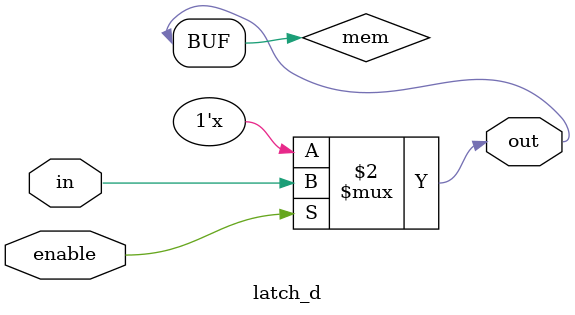
<source format=v>
module latch_d(output out, input in, input enable);
    // we want latch to always be on and returing
    // while write when d is active.

    reg mem;

    always @(in, enable) begin
        if (enable) begin
            mem <= in;
        end
    end
    assign out = mem;
endmodule
</source>
